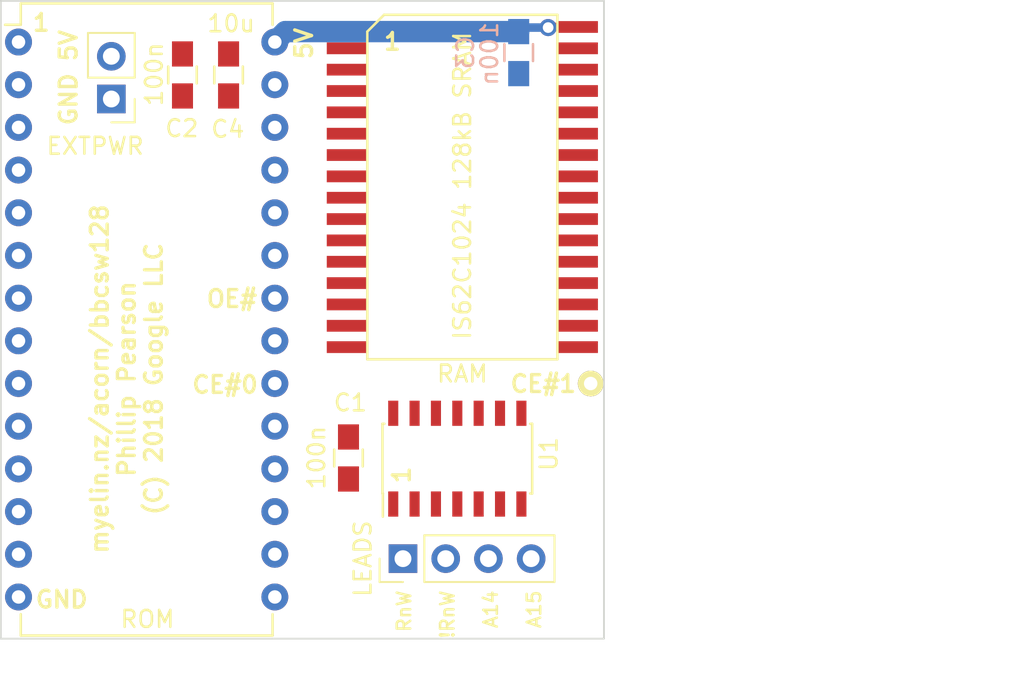
<source format=kicad_pcb>
(kicad_pcb (version 4) (host pcbnew 4.0.6)

  (general
    (links 45)
    (no_connects 43)
    (area 147.399999 102.499999 183.360001 140.550001)
    (thickness 1.6)
    (drawings 16)
    (tracks 7)
    (zones 0)
    (modules 10)
    (nets 42)
  )

  (page A4)
  (layers
    (0 F.Cu signal)
    (31 B.Cu signal)
    (32 B.Adhes user)
    (33 F.Adhes user)
    (34 B.Paste user)
    (35 F.Paste user)
    (36 B.SilkS user)
    (37 F.SilkS user)
    (38 B.Mask user)
    (39 F.Mask user)
    (40 Dwgs.User user)
    (41 Cmts.User user)
    (42 Eco1.User user)
    (43 Eco2.User user)
    (44 Edge.Cuts user)
    (45 Margin user)
    (46 B.CrtYd user)
    (47 F.CrtYd user)
    (48 B.Fab user)
    (49 F.Fab user)
  )

  (setup
    (last_trace_width 0.508)
    (user_trace_width 0.254)
    (user_trace_width 0.508)
    (user_trace_width 0.762)
    (user_trace_width 1.016)
    (user_trace_width 1.27)
    (trace_clearance 0.1778)
    (zone_clearance 0.508)
    (zone_45_only no)
    (trace_min 0.1778)
    (segment_width 0.2)
    (edge_width 0.1)
    (via_size 0.8128)
    (via_drill 0.3302)
    (via_min_size 0.8128)
    (via_min_drill 0.3302)
    (user_via 0.8128 0.3302)
    (user_via 1.016 0.635)
    (uvia_size 0.8128)
    (uvia_drill 0.3302)
    (uvias_allowed no)
    (uvia_min_size 0.8128)
    (uvia_min_drill 0.3302)
    (pcb_text_width 0.2)
    (pcb_text_size 1 1)
    (mod_edge_width 0.15)
    (mod_text_size 1 1)
    (mod_text_width 0.15)
    (pad_size 1.5 1.5)
    (pad_drill 0.6)
    (pad_to_mask_clearance 0)
    (aux_axis_origin 0 0)
    (visible_elements FFFFFF7F)
    (pcbplotparams
      (layerselection 0x010fc_80000001)
      (usegerberextensions true)
      (excludeedgelayer true)
      (linewidth 0.100000)
      (plotframeref false)
      (viasonmask false)
      (mode 1)
      (useauxorigin false)
      (hpglpennumber 1)
      (hpglpenspeed 20)
      (hpglpendiameter 15)
      (hpglpenoverlay 2)
      (psnegative false)
      (psa4output false)
      (plotreference true)
      (plotvalue true)
      (plotinvisibletext false)
      (padsonsilk false)
      (subtractmaskfromsilk false)
      (outputformat 1)
      (mirror false)
      (drillshape 0)
      (scaleselection 1)
      (outputdirectory gerbers/))
  )

  (net 0 "")
  (net 1 5V)
  (net 2 GND)
  (net 3 D1)
  (net 4 D2)
  (net 5 D4)
  (net 6 D6)
  (net 7 D3)
  (net 8 sram_nOE)
  (net 9 D7)
  (net 10 sram_nWE)
  (net 11 D5)
  (net 12 D0)
  (net 13 flash_nOE)
  (net 14 A11)
  (net 15 A8)
  (net 16 A9)
  (net 17 A12)
  (net 18 A6)
  (net 19 A5)
  (net 20 A15)
  (net 21 A4)
  (net 22 A3)
  (net 23 A16)
  (net 24 A2)
  (net 25 A14)
  (net 26 A1)
  (net 27 A7)
  (net 28 A0)
  (net 29 A13)
  (net 30 sram_CE)
  (net 31 A10)
  (net 32 bbc_nCS0)
  (net 33 bbc_n2MHzE)
  (net 34 bbc_nn2MHzE)
  (net 35 bbc_RnW)
  (net 36 flash_nWE)
  (net 37 bbc_nRnW)
  (net 38 flash_CS)
  (net 39 bbc_nCS1)
  (net 40 RnW)
  (net 41 nRnW)

  (net_class Default "This is the default net class."
    (clearance 0.1778)
    (trace_width 0.1778)
    (via_dia 0.8128)
    (via_drill 0.3302)
    (uvia_dia 0.8128)
    (uvia_drill 0.3302)
    (add_net 5V)
    (add_net A0)
    (add_net A1)
    (add_net A10)
    (add_net A11)
    (add_net A12)
    (add_net A13)
    (add_net A14)
    (add_net A15)
    (add_net A16)
    (add_net A2)
    (add_net A3)
    (add_net A4)
    (add_net A5)
    (add_net A6)
    (add_net A7)
    (add_net A8)
    (add_net A9)
    (add_net D0)
    (add_net D1)
    (add_net D2)
    (add_net D3)
    (add_net D4)
    (add_net D5)
    (add_net D6)
    (add_net D7)
    (add_net GND)
    (add_net RnW)
    (add_net bbc_RnW)
    (add_net bbc_n2MHzE)
    (add_net bbc_nCS0)
    (add_net bbc_nCS1)
    (add_net bbc_nRnW)
    (add_net bbc_nn2MHzE)
    (add_net flash_CS)
    (add_net flash_nOE)
    (add_net flash_nWE)
    (add_net nRnW)
    (add_net sram_CE)
    (add_net sram_nOE)
    (add_net sram_nWE)
  )

  (module Capacitors_SMD:C_0805_HandSoldering (layer F.Cu) (tedit 5A923AF8) (tstamp 5A92341D)
    (at 168.12 129.75 270)
    (descr "Capacitor SMD 0805, hand soldering")
    (tags "capacitor 0805")
    (attr smd)
    (fp_text reference C1 (at -3.29 -0.11 360) (layer F.SilkS)
      (effects (font (size 1 1) (thickness 0.15)))
    )
    (fp_text value 100n (at -0.02 1.9 270) (layer F.SilkS)
      (effects (font (size 1 1) (thickness 0.15)))
    )
    (fp_line (start -1 0.625) (end -1 -0.625) (layer F.Fab) (width 0.15))
    (fp_line (start 1 0.625) (end -1 0.625) (layer F.Fab) (width 0.15))
    (fp_line (start 1 -0.625) (end 1 0.625) (layer F.Fab) (width 0.15))
    (fp_line (start -1 -0.625) (end 1 -0.625) (layer F.Fab) (width 0.15))
    (fp_line (start -2.3 -1) (end 2.3 -1) (layer F.CrtYd) (width 0.05))
    (fp_line (start -2.3 1) (end 2.3 1) (layer F.CrtYd) (width 0.05))
    (fp_line (start -2.3 -1) (end -2.3 1) (layer F.CrtYd) (width 0.05))
    (fp_line (start 2.3 -1) (end 2.3 1) (layer F.CrtYd) (width 0.05))
    (fp_line (start 0.5 -0.85) (end -0.5 -0.85) (layer F.SilkS) (width 0.15))
    (fp_line (start -0.5 0.85) (end 0.5 0.85) (layer F.SilkS) (width 0.15))
    (pad 1 smd rect (at -1.25 0 270) (size 1.5 1.25) (layers F.Cu F.Paste F.Mask)
      (net 1 5V))
    (pad 2 smd rect (at 1.25 0 270) (size 1.5 1.25) (layers F.Cu F.Paste F.Mask)
      (net 2 GND))
    (model Capacitors_SMD.3dshapes/C_0805_HandSoldering.wrl
      (at (xyz 0 0 0))
      (scale (xyz 1 1 1))
      (rotate (xyz 0 0 0))
    )
  )

  (module myelin-kicad:issi_32l_450mil_sop (layer F.Cu) (tedit 0) (tstamp 5A923456)
    (at 174.89 113.63)
    (descr "ISSI 32-pin 450mil SOP - e.g. for IS62C1024AL-QLI")
    (fp_text reference RAM (at 0 11.11) (layer F.SilkS)
      (effects (font (size 1 1) (thickness 0.15)))
    )
    (fp_text value "IS62C1024 128kB SRAM" (at 0 -0.08 90) (layer F.SilkS)
      (effects (font (size 1 1) (thickness 0.15)))
    )
    (fp_line (start -5.6515 -9.2489) (end -5.6515 10.2489) (layer F.SilkS) (width 0.15))
    (fp_line (start -5.6515 10.2489) (end 5.6515 10.2489) (layer F.SilkS) (width 0.15))
    (fp_line (start 5.6515 10.2489) (end 5.6515 -10.2489) (layer F.SilkS) (width 0.15))
    (fp_line (start 5.6515 -10.2489) (end -4.6515 -10.2489) (layer F.SilkS) (width 0.15))
    (fp_line (start -4.6515 -10.2489) (end -5.6515 -9.2489) (layer F.SilkS) (width 0.15))
    (pad 1 smd rect (at -6.85635 -9.525) (size 2.4097 0.7) (layers F.Cu F.Paste F.Mask))
    (pad 17 smd rect (at 6.85635 9.525) (size 2.4097 0.7) (layers F.Cu F.Paste F.Mask)
      (net 3 D1))
    (pad 2 smd rect (at -6.85635 -8.255) (size 2.4097 0.7) (layers F.Cu F.Paste F.Mask)
      (net 14 A11))
    (pad 18 smd rect (at 6.85635 8.255) (size 2.4097 0.7) (layers F.Cu F.Paste F.Mask)
      (net 4 D2))
    (pad 3 smd rect (at -6.85635 -6.985) (size 2.4097 0.7) (layers F.Cu F.Paste F.Mask)
      (net 15 A8))
    (pad 19 smd rect (at 6.85635 6.985) (size 2.4097 0.7) (layers F.Cu F.Paste F.Mask)
      (net 5 D4))
    (pad 4 smd rect (at -6.85635 -5.715) (size 2.4097 0.7) (layers F.Cu F.Paste F.Mask)
      (net 16 A9))
    (pad 20 smd rect (at 6.85635 5.715) (size 2.4097 0.7) (layers F.Cu F.Paste F.Mask)
      (net 6 D6))
    (pad 5 smd rect (at -6.85635 -4.445) (size 2.4097 0.7) (layers F.Cu F.Paste F.Mask)
      (net 17 A12))
    (pad 21 smd rect (at 6.85635 4.445) (size 2.4097 0.7) (layers F.Cu F.Paste F.Mask)
      (net 7 D3))
    (pad 6 smd rect (at -6.85635 -3.175) (size 2.4097 0.7) (layers F.Cu F.Paste F.Mask)
      (net 18 A6))
    (pad 22 smd rect (at 6.85635 3.175) (size 2.4097 0.7) (layers F.Cu F.Paste F.Mask)
      (net 2 GND))
    (pad 7 smd rect (at -6.85635 -1.905) (size 2.4097 0.7) (layers F.Cu F.Paste F.Mask)
      (net 19 A5))
    (pad 23 smd rect (at 6.85635 1.905) (size 2.4097 0.7) (layers F.Cu F.Paste F.Mask)
      (net 20 A15))
    (pad 8 smd rect (at -6.85635 -0.635) (size 2.4097 0.7) (layers F.Cu F.Paste F.Mask)
      (net 21 A4))
    (pad 24 smd rect (at 6.85635 0.635) (size 2.4097 0.7) (layers F.Cu F.Paste F.Mask)
      (net 8 sram_nOE))
    (pad 9 smd rect (at -6.85635 0.635) (size 2.4097 0.7) (layers F.Cu F.Paste F.Mask)
      (net 22 A3))
    (pad 25 smd rect (at 6.85635 -0.635) (size 2.4097 0.7) (layers F.Cu F.Paste F.Mask)
      (net 23 A16))
    (pad 10 smd rect (at -6.85635 1.905) (size 2.4097 0.7) (layers F.Cu F.Paste F.Mask)
      (net 24 A2))
    (pad 26 smd rect (at 6.85635 -1.905) (size 2.4097 0.7) (layers F.Cu F.Paste F.Mask)
      (net 25 A14))
    (pad 11 smd rect (at -6.85635 3.175) (size 2.4097 0.7) (layers F.Cu F.Paste F.Mask)
      (net 26 A1))
    (pad 27 smd rect (at 6.85635 -3.175) (size 2.4097 0.7) (layers F.Cu F.Paste F.Mask)
      (net 27 A7))
    (pad 12 smd rect (at -6.85635 4.445) (size 2.4097 0.7) (layers F.Cu F.Paste F.Mask)
      (net 28 A0))
    (pad 28 smd rect (at 6.85635 -4.445) (size 2.4097 0.7) (layers F.Cu F.Paste F.Mask)
      (net 29 A13))
    (pad 13 smd rect (at -6.85635 5.715) (size 2.4097 0.7) (layers F.Cu F.Paste F.Mask)
      (net 9 D7))
    (pad 29 smd rect (at 6.85635 -5.715) (size 2.4097 0.7) (layers F.Cu F.Paste F.Mask)
      (net 10 sram_nWE))
    (pad 14 smd rect (at -6.85635 6.985) (size 2.4097 0.7) (layers F.Cu F.Paste F.Mask)
      (net 11 D5))
    (pad 30 smd rect (at 6.85635 -6.985) (size 2.4097 0.7) (layers F.Cu F.Paste F.Mask)
      (net 30 sram_CE))
    (pad 15 smd rect (at -6.85635 8.255) (size 2.4097 0.7) (layers F.Cu F.Paste F.Mask)
      (net 12 D0))
    (pad 31 smd rect (at 6.85635 -8.255) (size 2.4097 0.7) (layers F.Cu F.Paste F.Mask)
      (net 31 A10))
    (pad 16 smd rect (at -6.85635 9.525) (size 2.4097 0.7) (layers F.Cu F.Paste F.Mask)
      (net 2 GND))
    (pad 32 smd rect (at 6.85635 -9.525) (size 2.4097 0.7) (layers F.Cu F.Paste F.Mask)
      (net 1 5V))
  )

  (module Housings_DIP:DIP-28_W15.24mm (layer F.Cu) (tedit 54130A77) (tstamp 5A923481)
    (at 148.5011 105)
    (descr "28-lead dip package, row spacing 15.24 mm (600 mils)")
    (tags "dil dip 2.54 600")
    (fp_text reference ROM (at 7.6689 34.34) (layer F.SilkS)
      (effects (font (size 1 1) (thickness 0.15)))
    )
    (fp_text value "ROM chip" (at 7.8389 37.18) (layer F.Fab)
      (effects (font (size 1 1) (thickness 0.15)))
    )
    (fp_line (start -1.05 -2.45) (end -1.05 35.5) (layer F.CrtYd) (width 0.05))
    (fp_line (start 16.3 -2.45) (end 16.3 35.5) (layer F.CrtYd) (width 0.05))
    (fp_line (start -1.05 -2.45) (end 16.3 -2.45) (layer F.CrtYd) (width 0.05))
    (fp_line (start -1.05 35.5) (end 16.3 35.5) (layer F.CrtYd) (width 0.05))
    (fp_line (start 0.135 -2.295) (end 0.135 -1.025) (layer F.SilkS) (width 0.15))
    (fp_line (start 15.105 -2.295) (end 15.105 -1.025) (layer F.SilkS) (width 0.15))
    (fp_line (start 15.105 35.315) (end 15.105 34.045) (layer F.SilkS) (width 0.15))
    (fp_line (start 0.135 35.315) (end 0.135 34.045) (layer F.SilkS) (width 0.15))
    (fp_line (start 0.135 -2.295) (end 15.105 -2.295) (layer F.SilkS) (width 0.15))
    (fp_line (start 0.135 35.315) (end 15.105 35.315) (layer F.SilkS) (width 0.15))
    (fp_line (start 0.135 -1.025) (end -0.8 -1.025) (layer F.SilkS) (width 0.15))
    (pad 1 thru_hole oval (at 0 0) (size 1.6 1.6) (drill 0.8) (layers *.Cu *.Mask))
    (pad 2 thru_hole oval (at 0 2.54) (size 1.6 1.6) (drill 0.8) (layers *.Cu *.Mask)
      (net 17 A12))
    (pad 3 thru_hole oval (at 0 5.08) (size 1.6 1.6) (drill 0.8) (layers *.Cu *.Mask)
      (net 27 A7))
    (pad 4 thru_hole oval (at 0 7.62) (size 1.6 1.6) (drill 0.8) (layers *.Cu *.Mask)
      (net 18 A6))
    (pad 5 thru_hole oval (at 0 10.16) (size 1.6 1.6) (drill 0.8) (layers *.Cu *.Mask)
      (net 19 A5))
    (pad 6 thru_hole oval (at 0 12.7) (size 1.6 1.6) (drill 0.8) (layers *.Cu *.Mask)
      (net 21 A4))
    (pad 7 thru_hole oval (at 0 15.24) (size 1.6 1.6) (drill 0.8) (layers *.Cu *.Mask)
      (net 22 A3))
    (pad 8 thru_hole oval (at 0 17.78) (size 1.6 1.6) (drill 0.8) (layers *.Cu *.Mask)
      (net 24 A2))
    (pad 9 thru_hole oval (at 0 20.32) (size 1.6 1.6) (drill 0.8) (layers *.Cu *.Mask)
      (net 26 A1))
    (pad 10 thru_hole oval (at 0 22.86) (size 1.6 1.6) (drill 0.8) (layers *.Cu *.Mask)
      (net 28 A0))
    (pad 11 thru_hole oval (at 0 25.4) (size 1.6 1.6) (drill 0.8) (layers *.Cu *.Mask)
      (net 12 D0))
    (pad 12 thru_hole oval (at 0 27.94) (size 1.6 1.6) (drill 0.8) (layers *.Cu *.Mask)
      (net 3 D1))
    (pad 13 thru_hole oval (at 0 30.48) (size 1.6 1.6) (drill 0.8) (layers *.Cu *.Mask)
      (net 4 D2))
    (pad 14 thru_hole oval (at 0 33.02) (size 1.6 1.6) (drill 0.8) (layers *.Cu *.Mask)
      (net 2 GND))
    (pad 15 thru_hole oval (at 15.24 33.02) (size 1.6 1.6) (drill 0.8) (layers *.Cu *.Mask)
      (net 7 D3))
    (pad 16 thru_hole oval (at 15.24 30.48) (size 1.6 1.6) (drill 0.8) (layers *.Cu *.Mask)
      (net 5 D4))
    (pad 17 thru_hole oval (at 15.24 27.94) (size 1.6 1.6) (drill 0.8) (layers *.Cu *.Mask)
      (net 11 D5))
    (pad 18 thru_hole oval (at 15.24 25.4) (size 1.6 1.6) (drill 0.8) (layers *.Cu *.Mask)
      (net 6 D6))
    (pad 19 thru_hole oval (at 15.24 22.86) (size 1.6 1.6) (drill 0.8) (layers *.Cu *.Mask)
      (net 9 D7))
    (pad 20 thru_hole oval (at 15.24 20.32) (size 1.6 1.6) (drill 0.8) (layers *.Cu *.Mask)
      (net 32 bbc_nCS0))
    (pad 21 thru_hole oval (at 15.24 17.78) (size 1.6 1.6) (drill 0.8) (layers *.Cu *.Mask)
      (net 31 A10))
    (pad 22 thru_hole oval (at 15.24 15.24) (size 1.6 1.6) (drill 0.8) (layers *.Cu *.Mask)
      (net 33 bbc_n2MHzE))
    (pad 23 thru_hole oval (at 15.24 12.7) (size 1.6 1.6) (drill 0.8) (layers *.Cu *.Mask)
      (net 14 A11))
    (pad 24 thru_hole oval (at 15.24 10.16) (size 1.6 1.6) (drill 0.8) (layers *.Cu *.Mask)
      (net 16 A9))
    (pad 25 thru_hole oval (at 15.24 7.62) (size 1.6 1.6) (drill 0.8) (layers *.Cu *.Mask)
      (net 15 A8))
    (pad 26 thru_hole oval (at 15.24 5.08) (size 1.6 1.6) (drill 0.8) (layers *.Cu *.Mask)
      (net 29 A13))
    (pad 27 thru_hole oval (at 15.24 2.54) (size 1.6 1.6) (drill 0.8) (layers *.Cu *.Mask))
    (pad 28 thru_hole oval (at 15.24 0) (size 1.6 1.6) (drill 0.8) (layers *.Cu *.Mask)
      (net 1 5V))
    (model Housings_DIP.3dshapes/DIP-28_W15.24mm.wrl
      (at (xyz 0 0 0))
      (scale (xyz 1 1 1))
      (rotate (xyz 0 0 0))
    )
  )

  (module Housings_SOIC:SOIC-14_3.9x8.7mm_Pitch1.27mm (layer F.Cu) (tedit 574D9791) (tstamp 5A9234A3)
    (at 174.59 129.79 90)
    (descr "14-Lead Plastic Small Outline (SL) - Narrow, 3.90 mm Body [SOIC] (see Microchip Packaging Specification 00000049BS.pdf)")
    (tags "SOIC 1.27")
    (attr smd)
    (fp_text reference U1 (at 0.28 5.44 90) (layer F.SilkS)
      (effects (font (size 1 1) (thickness 0.15)))
    )
    (fp_text value 74HCT00 (at 0 5.375 90) (layer F.Fab)
      (effects (font (size 1 1) (thickness 0.15)))
    )
    (fp_line (start -0.95 -4.35) (end 1.95 -4.35) (layer F.Fab) (width 0.15))
    (fp_line (start 1.95 -4.35) (end 1.95 4.35) (layer F.Fab) (width 0.15))
    (fp_line (start 1.95 4.35) (end -1.95 4.35) (layer F.Fab) (width 0.15))
    (fp_line (start -1.95 4.35) (end -1.95 -3.35) (layer F.Fab) (width 0.15))
    (fp_line (start -1.95 -3.35) (end -0.95 -4.35) (layer F.Fab) (width 0.15))
    (fp_line (start -3.7 -4.65) (end -3.7 4.65) (layer F.CrtYd) (width 0.05))
    (fp_line (start 3.7 -4.65) (end 3.7 4.65) (layer F.CrtYd) (width 0.05))
    (fp_line (start -3.7 -4.65) (end 3.7 -4.65) (layer F.CrtYd) (width 0.05))
    (fp_line (start -3.7 4.65) (end 3.7 4.65) (layer F.CrtYd) (width 0.05))
    (fp_line (start -2.075 -4.45) (end -2.075 -4.425) (layer F.SilkS) (width 0.15))
    (fp_line (start 2.075 -4.45) (end 2.075 -4.335) (layer F.SilkS) (width 0.15))
    (fp_line (start 2.075 4.45) (end 2.075 4.335) (layer F.SilkS) (width 0.15))
    (fp_line (start -2.075 4.45) (end -2.075 4.335) (layer F.SilkS) (width 0.15))
    (fp_line (start -2.075 -4.45) (end 2.075 -4.45) (layer F.SilkS) (width 0.15))
    (fp_line (start -2.075 4.45) (end 2.075 4.45) (layer F.SilkS) (width 0.15))
    (fp_line (start -2.075 -4.425) (end -3.45 -4.425) (layer F.SilkS) (width 0.15))
    (pad 1 smd rect (at -2.7 -3.81 90) (size 1.5 0.6) (layers F.Cu F.Paste F.Mask)
      (net 33 bbc_n2MHzE))
    (pad 2 smd rect (at -2.7 -2.54 90) (size 1.5 0.6) (layers F.Cu F.Paste F.Mask)
      (net 33 bbc_n2MHzE))
    (pad 3 smd rect (at -2.7 -1.27 90) (size 1.5 0.6) (layers F.Cu F.Paste F.Mask)
      (net 34 bbc_nn2MHzE))
    (pad 4 smd rect (at -2.7 0 90) (size 1.5 0.6) (layers F.Cu F.Paste F.Mask)
      (net 34 bbc_nn2MHzE))
    (pad 5 smd rect (at -2.7 1.27 90) (size 1.5 0.6) (layers F.Cu F.Paste F.Mask)
      (net 35 bbc_RnW))
    (pad 6 smd rect (at -2.7 2.54 90) (size 1.5 0.6) (layers F.Cu F.Paste F.Mask)
      (net 13 flash_nOE))
    (pad 7 smd rect (at -2.7 3.81 90) (size 1.5 0.6) (layers F.Cu F.Paste F.Mask)
      (net 2 GND))
    (pad 8 smd rect (at 2.7 3.81 90) (size 1.5 0.6) (layers F.Cu F.Paste F.Mask)
      (net 36 flash_nWE))
    (pad 9 smd rect (at 2.7 2.54 90) (size 1.5 0.6) (layers F.Cu F.Paste F.Mask)
      (net 34 bbc_nn2MHzE))
    (pad 10 smd rect (at 2.7 1.27 90) (size 1.5 0.6) (layers F.Cu F.Paste F.Mask)
      (net 37 bbc_nRnW))
    (pad 11 smd rect (at 2.7 0 90) (size 1.5 0.6) (layers F.Cu F.Paste F.Mask)
      (net 38 flash_CS))
    (pad 12 smd rect (at 2.7 -1.27 90) (size 1.5 0.6) (layers F.Cu F.Paste F.Mask)
      (net 32 bbc_nCS0))
    (pad 13 smd rect (at 2.7 -2.54 90) (size 1.5 0.6) (layers F.Cu F.Paste F.Mask)
      (net 39 bbc_nCS1))
    (pad 14 smd rect (at 2.7 -3.81 90) (size 1.5 0.6) (layers F.Cu F.Paste F.Mask)
      (net 1 5V))
    (model Housings_SOIC.3dshapes/SOIC-14_3.9x8.7mm_Pitch1.27mm.wrl
      (at (xyz 0 0 0))
      (scale (xyz 1 1 1))
      (rotate (xyz 0 0 0))
    )
  )

  (module myelin-kicad:pin_32_60mil (layer F.Cu) (tedit 55028DB0) (tstamp 5A92388A)
    (at 182.52 125.32)
    (fp_text reference CS1 (at 0 -2.54) (layer F.SilkS) hide
      (effects (font (size 1 1) (thickness 0.15)))
    )
    (fp_text value "" (at 0 2.413) (layer F.SilkS)
      (effects (font (size 1 1) (thickness 0.15)))
    )
    (pad 1 thru_hole circle (at 0 0) (size 1.524 1.524) (drill 0.8) (layers *.Cu *.Mask F.SilkS)
      (net 39 bbc_nCS1))
  )

  (module Pin_Headers:Pin_Header_Straight_1x02_Pitch2.54mm (layer F.Cu) (tedit 5862ED52) (tstamp 5A9239EE)
    (at 154.02 108.39 180)
    (descr "Through hole straight pin header, 1x02, 2.54mm pitch, single row")
    (tags "Through hole pin header THT 1x02 2.54mm single row")
    (fp_text reference EXTPWR (at 0.96 -2.8 360) (layer F.SilkS)
      (effects (font (size 1 1) (thickness 0.15)))
    )
    (fp_text value "ext pwr" (at 0 4.93 180) (layer F.Fab)
      (effects (font (size 1 1) (thickness 0.15)))
    )
    (fp_line (start -1.27 -1.27) (end -1.27 3.81) (layer F.Fab) (width 0.1))
    (fp_line (start -1.27 3.81) (end 1.27 3.81) (layer F.Fab) (width 0.1))
    (fp_line (start 1.27 3.81) (end 1.27 -1.27) (layer F.Fab) (width 0.1))
    (fp_line (start 1.27 -1.27) (end -1.27 -1.27) (layer F.Fab) (width 0.1))
    (fp_line (start -1.39 1.27) (end -1.39 3.93) (layer F.SilkS) (width 0.12))
    (fp_line (start -1.39 3.93) (end 1.39 3.93) (layer F.SilkS) (width 0.12))
    (fp_line (start 1.39 3.93) (end 1.39 1.27) (layer F.SilkS) (width 0.12))
    (fp_line (start 1.39 1.27) (end -1.39 1.27) (layer F.SilkS) (width 0.12))
    (fp_line (start -1.39 0) (end -1.39 -1.39) (layer F.SilkS) (width 0.12))
    (fp_line (start -1.39 -1.39) (end 0 -1.39) (layer F.SilkS) (width 0.12))
    (fp_line (start -1.6 -1.6) (end -1.6 4.1) (layer F.CrtYd) (width 0.05))
    (fp_line (start -1.6 4.1) (end 1.6 4.1) (layer F.CrtYd) (width 0.05))
    (fp_line (start 1.6 4.1) (end 1.6 -1.6) (layer F.CrtYd) (width 0.05))
    (fp_line (start 1.6 -1.6) (end -1.6 -1.6) (layer F.CrtYd) (width 0.05))
    (pad 1 thru_hole rect (at 0 0 180) (size 1.7 1.7) (drill 1) (layers *.Cu *.Mask)
      (net 2 GND))
    (pad 2 thru_hole oval (at 0 2.54 180) (size 1.7 1.7) (drill 1) (layers *.Cu *.Mask)
      (net 1 5V))
    (model Pin_Headers.3dshapes/Pin_Header_Straight_1x02_Pitch2.54mm.wrl
      (at (xyz 0 -0.05 0))
      (scale (xyz 1 1 1))
      (rotate (xyz 0 0 90))
    )
  )

  (module Pin_Headers:Pin_Header_Straight_1x04_Pitch2.54mm (layer F.Cu) (tedit 5862ED52) (tstamp 5A923A04)
    (at 171.36 135.74 90)
    (descr "Through hole straight pin header, 1x04, 2.54mm pitch, single row")
    (tags "Through hole pin header THT 1x04 2.54mm single row")
    (fp_text reference LEADS (at 0 -2.39 90) (layer F.SilkS)
      (effects (font (size 1 1) (thickness 0.15)))
    )
    (fp_text value "flying leads" (at 0 10.01 90) (layer F.Fab)
      (effects (font (size 1 1) (thickness 0.15)))
    )
    (fp_line (start -1.27 -1.27) (end -1.27 8.89) (layer F.Fab) (width 0.1))
    (fp_line (start -1.27 8.89) (end 1.27 8.89) (layer F.Fab) (width 0.1))
    (fp_line (start 1.27 8.89) (end 1.27 -1.27) (layer F.Fab) (width 0.1))
    (fp_line (start 1.27 -1.27) (end -1.27 -1.27) (layer F.Fab) (width 0.1))
    (fp_line (start -1.39 1.27) (end -1.39 9.01) (layer F.SilkS) (width 0.12))
    (fp_line (start -1.39 9.01) (end 1.39 9.01) (layer F.SilkS) (width 0.12))
    (fp_line (start 1.39 9.01) (end 1.39 1.27) (layer F.SilkS) (width 0.12))
    (fp_line (start 1.39 1.27) (end -1.39 1.27) (layer F.SilkS) (width 0.12))
    (fp_line (start -1.39 0) (end -1.39 -1.39) (layer F.SilkS) (width 0.12))
    (fp_line (start -1.39 -1.39) (end 0 -1.39) (layer F.SilkS) (width 0.12))
    (fp_line (start -1.6 -1.6) (end -1.6 9.2) (layer F.CrtYd) (width 0.05))
    (fp_line (start -1.6 9.2) (end 1.6 9.2) (layer F.CrtYd) (width 0.05))
    (fp_line (start 1.6 9.2) (end 1.6 -1.6) (layer F.CrtYd) (width 0.05))
    (fp_line (start 1.6 -1.6) (end -1.6 -1.6) (layer F.CrtYd) (width 0.05))
    (pad 1 thru_hole rect (at 0 0 90) (size 1.7 1.7) (drill 1) (layers *.Cu *.Mask)
      (net 40 RnW))
    (pad 2 thru_hole oval (at 0 2.54 90) (size 1.7 1.7) (drill 1) (layers *.Cu *.Mask)
      (net 41 nRnW))
    (pad 3 thru_hole oval (at 0 5.08 90) (size 1.7 1.7) (drill 1) (layers *.Cu *.Mask)
      (net 25 A14))
    (pad 4 thru_hole oval (at 0 7.62 90) (size 1.7 1.7) (drill 1) (layers *.Cu *.Mask)
      (net 20 A15))
    (model Pin_Headers.3dshapes/Pin_Header_Straight_1x04_Pitch2.54mm.wrl
      (at (xyz 0 -0.15 0))
      (scale (xyz 1 1 1))
      (rotate (xyz 0 0 90))
    )
  )

  (module Capacitors_SMD:C_0805_HandSoldering (layer F.Cu) (tedit 5A923A9B) (tstamp 5A923A84)
    (at 158.25 106.96 270)
    (descr "Capacitor SMD 0805, hand soldering")
    (tags "capacitor 0805")
    (attr smd)
    (fp_text reference C2 (at 3.18 0.04 360) (layer F.SilkS)
      (effects (font (size 1 1) (thickness 0.15)))
    )
    (fp_text value 100n (at -0.04 1.69 450) (layer F.SilkS)
      (effects (font (size 1 1) (thickness 0.15)))
    )
    (fp_line (start -1 0.625) (end -1 -0.625) (layer F.Fab) (width 0.15))
    (fp_line (start 1 0.625) (end -1 0.625) (layer F.Fab) (width 0.15))
    (fp_line (start 1 -0.625) (end 1 0.625) (layer F.Fab) (width 0.15))
    (fp_line (start -1 -0.625) (end 1 -0.625) (layer F.Fab) (width 0.15))
    (fp_line (start -2.3 -1) (end 2.3 -1) (layer F.CrtYd) (width 0.05))
    (fp_line (start -2.3 1) (end 2.3 1) (layer F.CrtYd) (width 0.05))
    (fp_line (start -2.3 -1) (end -2.3 1) (layer F.CrtYd) (width 0.05))
    (fp_line (start 2.3 -1) (end 2.3 1) (layer F.CrtYd) (width 0.05))
    (fp_line (start 0.5 -0.85) (end -0.5 -0.85) (layer F.SilkS) (width 0.15))
    (fp_line (start -0.5 0.85) (end 0.5 0.85) (layer F.SilkS) (width 0.15))
    (pad 1 smd rect (at -1.25 0 270) (size 1.5 1.25) (layers F.Cu F.Paste F.Mask)
      (net 1 5V))
    (pad 2 smd rect (at 1.25 0 270) (size 1.5 1.25) (layers F.Cu F.Paste F.Mask)
      (net 2 GND))
    (model Capacitors_SMD.3dshapes/C_0805_HandSoldering.wrl
      (at (xyz 0 0 0))
      (scale (xyz 1 1 1))
      (rotate (xyz 0 0 0))
    )
  )

  (module Capacitors_SMD:C_0805_HandSoldering (layer B.Cu) (tedit 5A923A7C) (tstamp 5A923B04)
    (at 178.24 105.63 270)
    (descr "Capacitor SMD 0805, hand soldering")
    (tags "capacitor 0805")
    (attr smd)
    (fp_text reference C3 (at 0 3.17 270) (layer B.SilkS)
      (effects (font (size 1 1) (thickness 0.15)) (justify mirror))
    )
    (fp_text value 100n (at 0.07 1.74 270) (layer B.SilkS)
      (effects (font (size 1 1) (thickness 0.15)) (justify mirror))
    )
    (fp_line (start -1 -0.625) (end -1 0.625) (layer B.Fab) (width 0.15))
    (fp_line (start 1 -0.625) (end -1 -0.625) (layer B.Fab) (width 0.15))
    (fp_line (start 1 0.625) (end 1 -0.625) (layer B.Fab) (width 0.15))
    (fp_line (start -1 0.625) (end 1 0.625) (layer B.Fab) (width 0.15))
    (fp_line (start -2.3 1) (end 2.3 1) (layer B.CrtYd) (width 0.05))
    (fp_line (start -2.3 -1) (end 2.3 -1) (layer B.CrtYd) (width 0.05))
    (fp_line (start -2.3 1) (end -2.3 -1) (layer B.CrtYd) (width 0.05))
    (fp_line (start 2.3 1) (end 2.3 -1) (layer B.CrtYd) (width 0.05))
    (fp_line (start 0.5 0.85) (end -0.5 0.85) (layer B.SilkS) (width 0.15))
    (fp_line (start -0.5 -0.85) (end 0.5 -0.85) (layer B.SilkS) (width 0.15))
    (pad 1 smd rect (at -1.25 0 270) (size 1.5 1.25) (layers B.Cu B.Paste B.Mask)
      (net 1 5V))
    (pad 2 smd rect (at 1.25 0 270) (size 1.5 1.25) (layers B.Cu B.Paste B.Mask)
      (net 2 GND))
    (model Capacitors_SMD.3dshapes/C_0805_HandSoldering.wrl
      (at (xyz 0 0 0))
      (scale (xyz 1 1 1))
      (rotate (xyz 0 0 0))
    )
  )

  (module Capacitors_SMD:C_0805_HandSoldering (layer F.Cu) (tedit 5A923A96) (tstamp 5A923B14)
    (at 160.99 106.96 270)
    (descr "Capacitor SMD 0805, hand soldering")
    (tags "capacitor 0805")
    (attr smd)
    (fp_text reference C4 (at 3.22 0.05 360) (layer F.SilkS)
      (effects (font (size 1 1) (thickness 0.15)))
    )
    (fp_text value 10u (at -3.06 -0.15 540) (layer F.SilkS)
      (effects (font (size 1 1) (thickness 0.15)))
    )
    (fp_line (start -1 0.625) (end -1 -0.625) (layer F.Fab) (width 0.15))
    (fp_line (start 1 0.625) (end -1 0.625) (layer F.Fab) (width 0.15))
    (fp_line (start 1 -0.625) (end 1 0.625) (layer F.Fab) (width 0.15))
    (fp_line (start -1 -0.625) (end 1 -0.625) (layer F.Fab) (width 0.15))
    (fp_line (start -2.3 -1) (end 2.3 -1) (layer F.CrtYd) (width 0.05))
    (fp_line (start -2.3 1) (end 2.3 1) (layer F.CrtYd) (width 0.05))
    (fp_line (start -2.3 -1) (end -2.3 1) (layer F.CrtYd) (width 0.05))
    (fp_line (start 2.3 -1) (end 2.3 1) (layer F.CrtYd) (width 0.05))
    (fp_line (start 0.5 -0.85) (end -0.5 -0.85) (layer F.SilkS) (width 0.15))
    (fp_line (start -0.5 0.85) (end 0.5 0.85) (layer F.SilkS) (width 0.15))
    (pad 1 smd rect (at -1.25 0 270) (size 1.5 1.25) (layers F.Cu F.Paste F.Mask)
      (net 1 5V))
    (pad 2 smd rect (at 1.25 0 270) (size 1.5 1.25) (layers F.Cu F.Paste F.Mask)
      (net 2 GND))
    (model Capacitors_SMD.3dshapes/C_0805_HandSoldering.wrl
      (at (xyz 0 0 0))
      (scale (xyz 1 1 1))
      (rotate (xyz 0 0 0))
    )
  )

  (gr_text "myelin.nz/acorn/bbcsw128\nPhillip Pearson\n(C) 2018 Google LLC" (at 154.93 125.05 90) (layer F.SilkS)
    (effects (font (size 1 1) (thickness 0.2)))
  )
  (gr_line (start 147.45 140.5) (end 147.45 102.55) (layer Edge.Cuts) (width 0.1))
  (gr_line (start 183.31 140.5) (end 147.45 140.5) (layer Edge.Cuts) (width 0.1))
  (gr_line (start 183.31 102.55) (end 183.31 140.49) (layer Edge.Cuts) (width 0.1))
  (gr_line (start 147.45 102.55) (end 183.31 102.55) (layer Edge.Cuts) (width 0.1))
  (gr_text 5V (at 165.47 105.09 90) (layer F.SilkS)
    (effects (font (size 1 1) (thickness 0.2)))
  )
  (gr_text OE# (at 161.19 120.28) (layer F.SilkS)
    (effects (font (size 1 1) (thickness 0.2)))
  )
  (gr_text GND (at 151.07 138.17) (layer F.SilkS)
    (effects (font (size 1 1) (thickness 0.2)))
  )
  (gr_text CE#1 (at 179.7 125.34) (layer F.SilkS)
    (effects (font (size 1 1) (thickness 0.2)))
  )
  (gr_text CE#0 (at 160.78 125.39) (layer F.SilkS)
    (effects (font (size 1 1) (thickness 0.2)))
  )
  (gr_text "RnW\n\n!RnW\n\nA14\n\nA15" (at 175.29 137.55 90) (layer F.SilkS)
    (effects (font (size 0.8 0.8) (thickness 0.15)) (justify right))
  )
  (gr_text 1 (at 149.85 103.85) (layer F.SilkS)
    (effects (font (size 1 1) (thickness 0.2)))
  )
  (gr_text 1 (at 170.73 104.98) (layer F.SilkS)
    (effects (font (size 1 1) (thickness 0.2)))
  )
  (gr_text 1 (at 171.28 130.76 90) (layer F.SilkS)
    (effects (font (size 1 1) (thickness 0.2)))
  )
  (gr_text "GND 5V" (at 151.47 107.12 90) (layer F.SilkS)
    (effects (font (size 1 1) (thickness 0.2)))
  )
  (gr_text "<-- TODO check if spacing\nis correct here; this should\nbe pin 20 of the adjacent ROM" (at 183.99 127) (layer F.Fab)
    (effects (font (size 1 1) (thickness 0.2)) (justify left))
  )

  (segment (start 179.99 104.14) (end 178.48 104.14) (width 0.508) (layer B.Cu) (net 1))
  (segment (start 178.48 104.14) (end 178.24 104.38) (width 0.508) (layer B.Cu) (net 1))
  (segment (start 181.74635 104.105) (end 180.025 104.105) (width 0.508) (layer F.Cu) (net 1))
  (segment (start 180.025 104.105) (end 179.99 104.14) (width 0.508) (layer F.Cu) (net 1))
  (via (at 179.99 104.14) (size 1.016) (drill 0.635) (layers F.Cu B.Cu) (net 1))
  (segment (start 178.24 104.38) (end 164.3611 104.38) (width 1.27) (layer B.Cu) (net 1))
  (segment (start 164.3611 104.38) (end 163.7411 105) (width 1.27) (layer B.Cu) (net 1))

)

</source>
